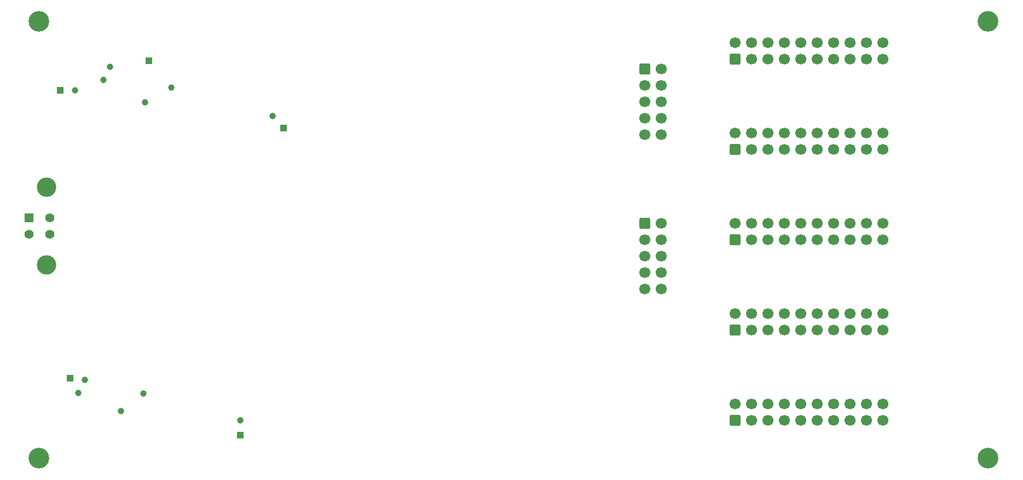
<source format=gbr>
%TF.GenerationSoftware,KiCad,Pcbnew,8.0.1*%
%TF.CreationDate,2024-09-10T07:56:54+02:00*%
%TF.ProjectId,CC_Debug,43435f44-6562-4756-972e-6b696361645f,rev?*%
%TF.SameCoordinates,Original*%
%TF.FileFunction,Soldermask,Bot*%
%TF.FilePolarity,Negative*%
%FSLAX46Y46*%
G04 Gerber Fmt 4.6, Leading zero omitted, Abs format (unit mm)*
G04 Created by KiCad (PCBNEW 8.0.1) date 2024-09-10 07:56:54*
%MOMM*%
%LPD*%
G01*
G04 APERTURE LIST*
G04 Aperture macros list*
%AMRoundRect*
0 Rectangle with rounded corners*
0 $1 Rounding radius*
0 $2 $3 $4 $5 $6 $7 $8 $9 X,Y pos of 4 corners*
0 Add a 4 corners polygon primitive as box body*
4,1,4,$2,$3,$4,$5,$6,$7,$8,$9,$2,$3,0*
0 Add four circle primitives for the rounded corners*
1,1,$1+$1,$2,$3*
1,1,$1+$1,$4,$5*
1,1,$1+$1,$6,$7*
1,1,$1+$1,$8,$9*
0 Add four rect primitives between the rounded corners*
20,1,$1+$1,$2,$3,$4,$5,0*
20,1,$1+$1,$4,$5,$6,$7,0*
20,1,$1+$1,$6,$7,$8,$9,0*
20,1,$1+$1,$8,$9,$2,$3,0*%
G04 Aperture macros list end*
%ADD10R,1.000000X1.000000*%
%ADD11RoundRect,0.250000X0.600000X-0.600000X0.600000X0.600000X-0.600000X0.600000X-0.600000X-0.600000X0*%
%ADD12C,1.700000*%
%ADD13C,1.000000*%
%ADD14RoundRect,0.250000X-0.600000X-0.600000X0.600000X-0.600000X0.600000X0.600000X-0.600000X0.600000X0*%
%ADD15R,1.400000X1.400000*%
%ADD16C,1.400000*%
%ADD17C,3.000000*%
%ADD18C,3.200000*%
G04 APERTURE END LIST*
D10*
%TO.C,TP5003*%
X96968000Y-122751000D03*
%TD*%
D11*
%TO.C,J8004*%
X199898000Y-101355500D03*
D12*
X199898000Y-98815500D03*
X202438000Y-101355500D03*
X202438000Y-98815500D03*
X204978000Y-101355500D03*
X204978000Y-98815500D03*
X207518000Y-101355500D03*
X207518000Y-98815500D03*
X210058000Y-101355500D03*
X210058000Y-98815500D03*
X212598000Y-101355500D03*
X212598000Y-98815500D03*
X215138000Y-101355500D03*
X215138000Y-98815500D03*
X217678000Y-101355500D03*
X217678000Y-98815500D03*
X220218000Y-101355500D03*
X220218000Y-98815500D03*
X222758000Y-101355500D03*
X222758000Y-98815500D03*
%TD*%
D13*
%TO.C,TP6001*%
X102153000Y-76629000D03*
%TD*%
D10*
%TO.C,TP6006*%
X95504000Y-78232000D03*
%TD*%
D13*
%TO.C,TP2001*%
X97790000Y-78232000D03*
%TD*%
D14*
%TO.C,J8008*%
X185928000Y-74930000D03*
D12*
X188468000Y-74930000D03*
X185928000Y-77470000D03*
X188468000Y-77470000D03*
X185928000Y-80010000D03*
X188468000Y-80010000D03*
X185928000Y-82550000D03*
X188468000Y-82550000D03*
X185928000Y-85090000D03*
X188468000Y-85090000D03*
%TD*%
D15*
%TO.C,J3001*%
X90624000Y-97952000D03*
D16*
X90624000Y-100452000D03*
X93824000Y-100452000D03*
X93824000Y-97952000D03*
D17*
X93334000Y-105222000D03*
X93334000Y-93182000D03*
%TD*%
D13*
%TO.C,TP5004*%
X99254000Y-123005000D03*
%TD*%
%TO.C,TP5002*%
X104853000Y-127831000D03*
%TD*%
%TO.C,TP6005*%
X128315000Y-82217000D03*
%TD*%
D11*
%TO.C,J8003*%
X199898000Y-87376000D03*
D12*
X199898000Y-84836000D03*
X202438000Y-87376000D03*
X202438000Y-84836000D03*
X204978000Y-87376000D03*
X204978000Y-84836000D03*
X207518000Y-87376000D03*
X207518000Y-84836000D03*
X210058000Y-87376000D03*
X210058000Y-84836000D03*
X212598000Y-87376000D03*
X212598000Y-84836000D03*
X215138000Y-87376000D03*
X215138000Y-84836000D03*
X217678000Y-87376000D03*
X217678000Y-84836000D03*
X220218000Y-87376000D03*
X220218000Y-84836000D03*
X222758000Y-87376000D03*
X222758000Y-84836000D03*
%TD*%
D13*
%TO.C,TP5005*%
X108302000Y-125090000D03*
%TD*%
D14*
%TO.C,J8007*%
X185928000Y-98806000D03*
D12*
X188468000Y-98806000D03*
X185928000Y-101346000D03*
X188468000Y-101346000D03*
X185928000Y-103886000D03*
X188468000Y-103886000D03*
X185928000Y-106426000D03*
X188468000Y-106426000D03*
X185928000Y-108966000D03*
X188468000Y-108966000D03*
%TD*%
D13*
%TO.C,TP6004*%
X112694000Y-77772000D03*
%TD*%
D18*
%TO.C,H4003*%
X92202000Y-67564000D03*
%TD*%
D10*
%TO.C,TP6007*%
X130048000Y-84074000D03*
%TD*%
D13*
%TO.C,TP6002*%
X108630000Y-80058000D03*
%TD*%
D18*
%TO.C,H4002*%
X239014000Y-135128000D03*
%TD*%
D10*
%TO.C,TP5006*%
X123288000Y-131514000D03*
%TD*%
D13*
%TO.C,TP6003*%
X103169000Y-74597000D03*
%TD*%
D18*
%TO.C,H4004*%
X92202000Y-135128000D03*
%TD*%
D11*
%TO.C,J8002*%
X199898000Y-73406000D03*
D12*
X199898000Y-70866000D03*
X202438000Y-73406000D03*
X202438000Y-70866000D03*
X204978000Y-73406000D03*
X204978000Y-70866000D03*
X207518000Y-73406000D03*
X207518000Y-70866000D03*
X210058000Y-73406000D03*
X210058000Y-70866000D03*
X212598000Y-73406000D03*
X212598000Y-70866000D03*
X215138000Y-73406000D03*
X215138000Y-70866000D03*
X217678000Y-73406000D03*
X217678000Y-70866000D03*
X220218000Y-73406000D03*
X220218000Y-70866000D03*
X222758000Y-73406000D03*
X222758000Y-70866000D03*
%TD*%
D11*
%TO.C,J8006*%
X199898000Y-129305000D03*
D12*
X199898000Y-126765000D03*
X202438000Y-129305000D03*
X202438000Y-126765000D03*
X204978000Y-129305000D03*
X204978000Y-126765000D03*
X207518000Y-129305000D03*
X207518000Y-126765000D03*
X210058000Y-129305000D03*
X210058000Y-126765000D03*
X212598000Y-129305000D03*
X212598000Y-126765000D03*
X215138000Y-129305000D03*
X215138000Y-126765000D03*
X217678000Y-129305000D03*
X217678000Y-126765000D03*
X220218000Y-129305000D03*
X220218000Y-126765000D03*
X222758000Y-129305000D03*
X222758000Y-126765000D03*
%TD*%
D13*
%TO.C,TP5007*%
X123288000Y-129228000D03*
%TD*%
D10*
%TO.C,TP2002*%
X109220000Y-73660000D03*
%TD*%
D11*
%TO.C,J8005*%
X199898000Y-115335000D03*
D12*
X199898000Y-112795000D03*
X202438000Y-115335000D03*
X202438000Y-112795000D03*
X204978000Y-115335000D03*
X204978000Y-112795000D03*
X207518000Y-115335000D03*
X207518000Y-112795000D03*
X210058000Y-115335000D03*
X210058000Y-112795000D03*
X212598000Y-115335000D03*
X212598000Y-112795000D03*
X215138000Y-115335000D03*
X215138000Y-112795000D03*
X217678000Y-115335000D03*
X217678000Y-112795000D03*
X220218000Y-115335000D03*
X220218000Y-112795000D03*
X222758000Y-115335000D03*
X222758000Y-112795000D03*
%TD*%
D18*
%TO.C,H4001*%
X239014000Y-67564000D03*
%TD*%
D13*
%TO.C,TP5001*%
X98238000Y-125037000D03*
%TD*%
M02*

</source>
